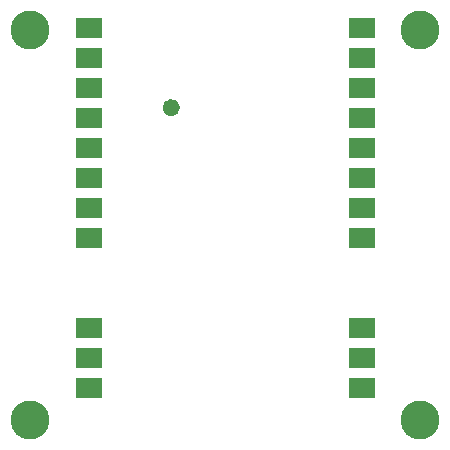
<source format=gbs>
G04 #@! TF.GenerationSoftware,KiCad,Pcbnew,7.0.11-2.fc39*
G04 #@! TF.CreationDate,2024-03-24T03:10:33+08:00*
G04 #@! TF.ProjectId,ikoka-nano-meshtastic-device,696b6f6b-612d-46e6-916e-6f2d6d657368,1*
G04 #@! TF.SameCoordinates,Original*
G04 #@! TF.FileFunction,Soldermask,Bot*
G04 #@! TF.FilePolarity,Negative*
%FSLAX46Y46*%
G04 Gerber Fmt 4.6, Leading zero omitted, Abs format (unit mm)*
G04 Created by KiCad (PCBNEW 7.0.11-2.fc39) date 2024-03-24 03:10:33*
%MOMM*%
%LPD*%
G01*
G04 APERTURE LIST*
G04 Aperture macros list*
%AMRoundRect*
0 Rectangle with rounded corners*
0 $1 Rounding radius*
0 $2 $3 $4 $5 $6 $7 $8 $9 X,Y pos of 4 corners*
0 Add a 4 corners polygon primitive as box body*
4,1,4,$2,$3,$4,$5,$6,$7,$8,$9,$2,$3,0*
0 Add four circle primitives for the rounded corners*
1,1,$1+$1,$2,$3*
1,1,$1+$1,$4,$5*
1,1,$1+$1,$6,$7*
1,1,$1+$1,$8,$9*
0 Add four rect primitives between the rounded corners*
20,1,$1+$1,$2,$3,$4,$5,0*
20,1,$1+$1,$4,$5,$6,$7,0*
20,1,$1+$1,$6,$7,$8,$9,0*
20,1,$1+$1,$8,$9,$2,$3,0*%
G04 Aperture macros list end*
%ADD10C,0.722000*%
%ADD11C,3.302000*%
%ADD12RoundRect,0.102000X1.040000X0.755000X-1.040000X0.755000X-1.040000X-0.755000X1.040000X-0.755000X0*%
G04 APERTURE END LIST*
D10*
X148189000Y-91694000D02*
G75*
G03*
X147467000Y-91694000I-361000J0D01*
G01*
X147467000Y-91694000D02*
G75*
G03*
X148189000Y-91694000I361000J0D01*
G01*
D11*
X168910000Y-118110000D03*
X135890000Y-85090000D03*
X168910000Y-85090000D03*
X135890000Y-118110000D03*
D12*
X140825000Y-115420000D03*
X140825000Y-112880000D03*
X140825000Y-110340000D03*
X140825000Y-102740000D03*
X140825000Y-100200000D03*
X140825000Y-97660000D03*
X140825000Y-95120000D03*
X140825000Y-92580000D03*
X140825000Y-90040000D03*
X140825000Y-87500000D03*
X140825000Y-84960000D03*
X163975000Y-84960000D03*
X163975000Y-87500000D03*
X163975000Y-90040000D03*
X163975000Y-92580000D03*
X163975000Y-95120000D03*
X163975000Y-97660000D03*
X163975000Y-100200000D03*
X163975000Y-102740000D03*
X163975000Y-110340000D03*
X163975000Y-112880000D03*
X163975000Y-115420000D03*
M02*

</source>
